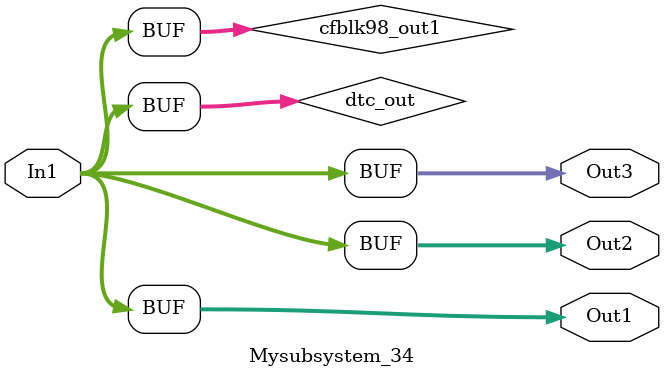
<source format=v>



`timescale 1 ns / 1 ns

module Mysubsystem_34
          (In1,
           Out1,
           Out2,
           Out3);


  input   [7:0] In1;  // uint8
  output  [7:0] Out1;  // uint8
  output  [7:0] Out2;  // uint8
  output  [7:0] Out3;  // uint8


  wire [7:0] dtc_out;  // ufix8
  wire [7:0] cfblk98_out1;  // uint8


  assign dtc_out = In1;



  assign cfblk98_out1 = dtc_out;



  assign Out1 = cfblk98_out1;

  assign Out2 = In1;

  assign Out3 = In1;

endmodule  // Mysubsystem_34


</source>
